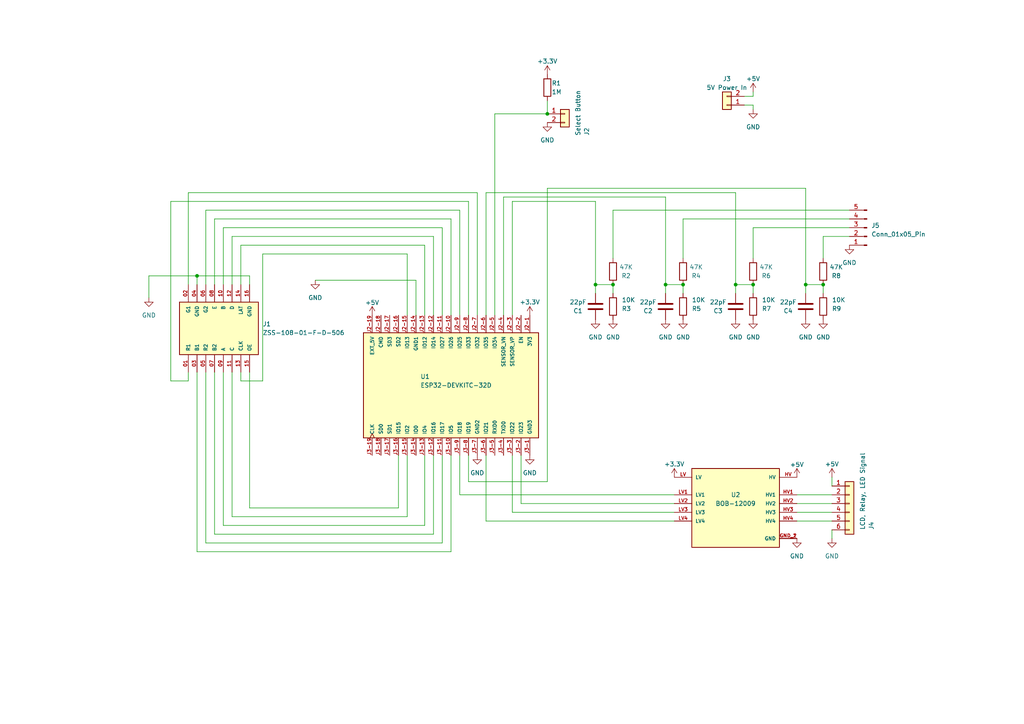
<source format=kicad_sch>
(kicad_sch (version 20230121) (generator eeschema)
  (paper "A4")
  (lib_symbols
    (symbol "BOB-12009:BOB-12009" (pin_names (offset 1.016))
      (property "Reference" "U" (at -12.7 11.43 0))
      (property "Value" "BOB-12009" (at -12.7 -15.24 0))
      (symbol "BOB-12009_0_0"
        (rectangle (start -12.7 -12.7) (end 12.7 10.16) (stroke (width 0.254)) (fill (type background)))
        (pin power_in line (at 17.78 -10.16 180) (length 5.08) (name "GND") (number "GND_1"))
        (pin power_in line (at 17.78 -10.16 180) (length 5.08) (name "GND") (number "GND_2"))
        (pin bidirectional line (at 17.78 7.62 180) (length 5.08) (name "HV") (number "HV"))
        (pin bidirectional line (at 17.78 2.54 180) (length 5.08) (name "HV1") (number "HV1"))
        (pin bidirectional line (at 17.78 0 180) (length 5.08) (name "HV2") (number "HV2"))
        (pin bidirectional line (at 17.78 -2.54 180) (length 5.08) (name "HV3") (number "HV3"))
        (pin bidirectional line (at 17.78 -5.08 180) (length 5.08) (name "HV4") (number "HV4"))
        (pin bidirectional line (at -17.78 7.62 0) (length 5.08) (name "LV") (number "LV"))
        (pin bidirectional line (at -17.78 2.54 0) (length 5.08) (name "LV1") (number "LV1"))
        (pin bidirectional line (at -17.78 0 0) (length 5.08) (name "LV2") (number "LV2"))
        (pin bidirectional line (at -17.78 -2.54 0) (length 5.08) (name "LV3") (number "LV3"))
        (pin bidirectional line (at -17.78 -5.08 0) (length 5.08) (name "LV4") (number "LV4"))
      )
    )
    (symbol "Conn_01x02_1" (pin_names (offset 1.016) hide)
      (property "Reference" "J" (at 0 2.54 0))
      (property "Value" "Conn_01x02" (at 0 -5.08 0))
      (symbol "Conn_01x02_1_1_1"
        (rectangle (start -1.27 -2.413) (end 0 -2.667) (stroke (width 0.1524)))
        (rectangle (start -1.27 0.127) (end 0 -0.127) (stroke (width 0.1524)))
        (rectangle (start -1.27 1.27) (end 1.27 -3.81) (stroke (width 0.254)) (fill (type background)))
        (pin passive line (at -5.08 0 0) (length 3.81) (name "Pin_1") (number "1"))
        (pin passive line (at -5.08 -2.54 0) (length 3.81) (name "Pin_2") (number "2"))
      )
    )
    (symbol "Connector:Conn_01x05_Pin" (pin_names (offset 1.016) hide)
      (property "Reference" "J" (at 0 7.62 0))
      (property "Value" "Conn_01x05_Pin" (at 0 -7.62 0))
      (symbol "Conn_01x05_Pin_1_1"
        (polyline (pts (xy 1.27 -5.08) (xy 0.8636 -5.08)) (stroke (width 0.1524)))
        (polyline (pts (xy 1.27 -2.54) (xy 0.8636 -2.54)) (stroke (width 0.1524)))
        (polyline (pts (xy 1.27 0) (xy 0.8636 0)) (stroke (width 0.1524)))
        (polyline (pts (xy 1.27 2.54) (xy 0.8636 2.54)) (stroke (width 0.1524)))
        (polyline (pts (xy 1.27 5.08) (xy 0.8636 5.08)) (stroke (width 0.1524)))
        (rectangle (start 0.8636 -4.953) (end 0 -5.207) (stroke (width 0.1524)) (fill (type outline)))
        (rectangle (start 0.8636 -2.413) (end 0 -2.667) (stroke (width 0.1524)) (fill (type outline)))
        (rectangle (start 0.8636 0.127) (end 0 -0.127) (stroke (width 0.1524)) (fill (type outline)))
        (rectangle (start 0.8636 2.667) (end 0 2.413) (stroke (width 0.1524)) (fill (type outline)))
        (rectangle (start 0.8636 5.207) (end 0 4.953) (stroke (width 0.1524)) (fill (type outline)))
        (pin passive line (at 5.08 5.08 180) (length 3.81) (name "Pin_1") (number "1"))
        (pin passive line (at 5.08 2.54 180) (length 3.81) (name "Pin_2") (number "2"))
        (pin passive line (at 5.08 0 180) (length 3.81) (name "Pin_3") (number "3"))
        (pin passive line (at 5.08 -2.54 180) (length 3.81) (name "Pin_4") (number "4"))
        (pin passive line (at 5.08 -5.08 180) (length 3.81) (name "Pin_5") (number "5"))
      )
    )
    (symbol "Connector_Generic:Conn_01x02" (pin_names (offset 1.016) hide)
      (property "Reference" "J4" (at 2.54 -0.635 0))
      (property "Value" "Select Button" (at 2.54 -3.175 0))
      (symbol "Conn_01x02_1_1"
        (rectangle (start -1.27 -2.413) (end 0 -2.667) (stroke (width 0.1524)))
        (rectangle (start -1.27 0.127) (end 0 -0.127) (stroke (width 0.1524)))
        (rectangle (start -1.27 1.27) (end 1.27 -3.81) (stroke (width 0.254)) (fill (type background)))
        (pin passive line (at -5.08 0 0) (length 3.81) (name "Pin_1") (number "1"))
        (pin passive line (at -5.08 -2.54 0) (length 3.81) (name "Pin_2") (number "2"))
      )
    )
    (symbol "Connector_Generic:Conn_01x06" (pin_names (offset 1.016) hide)
      (property "Reference" "J" (at 0 7.62 0))
      (property "Value" "Conn_01x06" (at 0 -10.16 0))
      (symbol "Conn_01x06_1_1"
        (rectangle (start -1.27 -7.493) (end 0 -7.747) (stroke (width 0.1524)))
        (rectangle (start -1.27 -4.953) (end 0 -5.207) (stroke (width 0.1524)))
        (rectangle (start -1.27 -2.413) (end 0 -2.667) (stroke (width 0.1524)))
        (rectangle (start -1.27 0.127) (end 0 -0.127) (stroke (width 0.1524)))
        (rectangle (start -1.27 2.667) (end 0 2.413) (stroke (width 0.1524)))
        (rectangle (start -1.27 5.207) (end 0 4.953) (stroke (width 0.1524)))
        (rectangle (start -1.27 6.35) (end 1.27 -8.89) (stroke (width 0.254)) (fill (type background)))
        (pin passive line (at -5.08 5.08 0) (length 3.81) (name "Pin_1") (number "1"))
        (pin passive line (at -5.08 2.54 0) (length 3.81) (name "Pin_2") (number "2"))
        (pin passive line (at -5.08 0 0) (length 3.81) (name "Pin_3") (number "3"))
        (pin passive line (at -5.08 -2.54 0) (length 3.81) (name "Pin_4") (number "4"))
        (pin passive line (at -5.08 -5.08 0) (length 3.81) (name "Pin_5") (number "5"))
        (pin passive line (at -5.08 -7.62 0) (length 3.81) (name "Pin_6") (number "6"))
      )
    )
    (symbol "Device:C" (pin_numbers hide) (pin_names (offset 0.254))
      (property "Reference" "C" (at 0.635 2.54 0))
      (property "Value" "C" (at 0.635 -2.54 0))
      (symbol "C_0_1"
        (polyline (pts (xy -2.032 -0.762) (xy 2.032 -0.762)) (stroke (width 0.508)))
        (polyline (pts (xy -2.032 0.762) (xy 2.032 0.762)) (stroke (width 0.508)))
      )
      (symbol "C_1_1"
        (pin passive line (at 0 3.81 270) (length 2.794) (name "~") (number "1"))
        (pin passive line (at 0 -3.81 90) (length 2.794) (name "~") (number "2"))
      )
    )
    (symbol "Device:R" (pin_numbers hide) (pin_names (offset 0))
      (property "Reference" "R" (at 2.032 0 90))
      (property "Value" "R" (at 0 0 90))
      (symbol "R_0_1"
        (rectangle (start -1.016 -2.54) (end 1.016 2.54) (stroke (width 0.254)))
      )
      (symbol "R_1_1"
        (pin passive line (at 0 3.81 270) (length 1.27) (name "~") (number "1"))
        (pin passive line (at 0 -3.81 90) (length 1.27) (name "~") (number "2"))
      )
    )
    (symbol "ESP32-DEVKITC-32D:ESP32-DEVKITC-32D" (pin_names (offset 1.016))
      (property "Reference" "U" (at -15.2572 26.0643 0))
      (property "Value" "ESP32-DEVKITC-32D" (at -15.2563 -27.9698 0))
      (symbol "ESP32-DEVKITC-32D_0_0"
        (rectangle (start -15.24 -25.4) (end 15.24 25.4) (stroke (width 0.254)) (fill (type background)))
        (pin power_in line (at -20.32 22.86 0) (length 5.08) (name "3V3") (number "J2-1"))
        (pin bidirectional line (at -20.32 0 0) (length 5.08) (name "IO26") (number "J2-10"))
        (pin bidirectional line (at -20.32 -2.54 0) (length 5.08) (name "IO27") (number "J2-11"))
        (pin bidirectional line (at -20.32 -5.08 0) (length 5.08) (name "IO14") (number "J2-12"))
        (pin bidirectional line (at -20.32 -7.62 0) (length 5.08) (name "IO12") (number "J2-13"))
        (pin power_in line (at -20.32 -10.16 0) (length 5.08) (name "GND1") (number "J2-14"))
        (pin bidirectional line (at -20.32 -12.7 0) (length 5.08) (name "IO13") (number "J2-15"))
        (pin bidirectional line (at -20.32 -15.24 0) (length 5.08) (name "SD2") (number "J2-16"))
        (pin bidirectional line (at -20.32 -17.78 0) (length 5.08) (name "SD3") (number "J2-17"))
        (pin bidirectional line (at -20.32 -20.32 0) (length 5.08) (name "CMD") (number "J2-18"))
        (pin power_in line (at -20.32 -22.86 0) (length 5.08) (name "EXT_5V") (number "J2-19"))
        (pin input line (at -20.32 20.32 0) (length 5.08) (name "EN") (number "J2-2"))
        (pin input line (at -20.32 17.78 0) (length 5.08) (name "SENSOR_VP") (number "J2-3"))
        (pin input line (at -20.32 15.24 0) (length 5.08) (name "SENSOR_VN") (number "J2-4"))
        (pin bidirectional line (at -20.32 12.7 0) (length 5.08) (name "IO34") (number "J2-5"))
        (pin bidirectional line (at -20.32 10.16 0) (length 5.08) (name "IO35") (number "J2-6"))
        (pin bidirectional line (at -20.32 7.62 0) (length 5.08) (name "IO32") (number "J2-7"))
        (pin bidirectional line (at -20.32 5.08 0) (length 5.08) (name "IO33") (number "J2-8"))
        (pin bidirectional line (at -20.32 2.54 0) (length 5.08) (name "IO25") (number "J2-9"))
        (pin power_in line (at 20.32 22.86 180) (length 5.08) (name "GND3") (number "J3-1"))
        (pin bidirectional line (at 20.32 0 180) (length 5.08) (name "IO5") (number "J3-10"))
        (pin bidirectional line (at 20.32 -2.54 180) (length 5.08) (name "IO17") (number "J3-11"))
        (pin bidirectional line (at 20.32 -5.08 180) (length 5.08) (name "IO16") (number "J3-12"))
        (pin bidirectional line (at 20.32 -7.62 180) (length 5.08) (name "IO4") (number "J3-13"))
        (pin bidirectional line (at 20.32 -10.16 180) (length 5.08) (name "IO0") (number "J3-14"))
        (pin bidirectional line (at 20.32 -12.7 180) (length 5.08) (name "IO2") (number "J3-15"))
        (pin bidirectional line (at 20.32 -15.24 180) (length 5.08) (name "IO15") (number "J3-16"))
        (pin bidirectional line (at 20.32 -17.78 180) (length 5.08) (name "SD1") (number "J3-17"))
        (pin bidirectional line (at 20.32 -20.32 180) (length 5.08) (name "SD0") (number "J3-18"))
        (pin input clock (at 20.32 -22.86 180) (length 5.08) (name "CLK") (number "J3-19"))
        (pin bidirectional line (at 20.32 20.32 180) (length 5.08) (name "IO23") (number "J3-2"))
        (pin bidirectional line (at 20.32 17.78 180) (length 5.08) (name "IO22") (number "J3-3"))
        (pin output line (at 20.32 15.24 180) (length 5.08) (name "TXD0") (number "J3-4"))
        (pin input line (at 20.32 12.7 180) (length 5.08) (name "RXD0") (number "J3-5"))
        (pin bidirectional line (at 20.32 10.16 180) (length 5.08) (name "IO21") (number "J3-6"))
        (pin power_in line (at 20.32 7.62 180) (length 5.08) (name "GND2") (number "J3-7"))
        (pin bidirectional line (at 20.32 5.08 180) (length 5.08) (name "IO19") (number "J3-8"))
        (pin bidirectional line (at 20.32 2.54 180) (length 5.08) (name "IO18") (number "J3-9"))
      )
    )
    (symbol "ZSS-108-01-F-D-506:ZSS-108-01-F-D-506" (pin_names (offset 1.016))
      (property "Reference" "J4" (at -1.27 13.97 90))
      (property "Value" "ZSS-108-01-F-D-506" (at 1.27 13.97 90))
      (symbol "ZSS-108-01-F-D-506_0_0"
        (rectangle (start -7.62 -10.16) (end 7.62 12.7) (stroke (width 0.254)) (fill (type background)))
      )
      (symbol "ZSS-108-01-F-D-506_1_0"
        (pin passive line (at -12.7 10.16 0) (length 5.08) (name "R1") (number "01"))
        (pin passive line (at 12.7 10.16 180) (length 5.08) (name "G1") (number "02"))
        (pin passive line (at -12.7 7.62 0) (length 5.08) (name "B1") (number "03"))
        (pin passive line (at 12.7 7.62 180) (length 5.08) (name "GND") (number "04"))
        (pin passive line (at -12.7 5.08 0) (length 5.08) (name "R2") (number "05"))
        (pin passive line (at 12.7 5.08 180) (length 5.08) (name "G2") (number "06"))
        (pin passive line (at -12.7 2.54 0) (length 5.08) (name "B2") (number "07"))
        (pin passive line (at 12.7 2.54 180) (length 5.08) (name "E") (number "08"))
        (pin passive line (at -12.7 0 0) (length 5.08) (name "A") (number "09"))
        (pin passive line (at 12.7 0 180) (length 5.08) (name "B") (number "10"))
        (pin passive line (at -12.7 -2.54 0) (length 5.08) (name "C") (number "11"))
        (pin passive line (at 12.7 -2.54 180) (length 5.08) (name "D") (number "12"))
        (pin passive line (at -12.7 -5.08 0) (length 5.08) (name "CLK") (number "13"))
        (pin passive line (at 12.7 -5.08 180) (length 5.08) (name "LAT") (number "14"))
        (pin passive line (at -12.7 -7.62 0) (length 5.08) (name "OE") (number "15"))
        (pin passive line (at 12.7 -7.62 180) (length 5.08) (name "GND") (number "16"))
      )
    )
    (symbol "power:+3.3V" (power) (pin_names (offset 0))
      (property "Value" "+3.3V" (at 0 3.556 0))
      (symbol "+3.3V_0_1"
        (polyline (pts (xy -0.762 1.27) (xy 0 2.54)))
        (polyline (pts (xy 0 0) (xy 0 2.54)))
        (polyline (pts (xy 0 2.54) (xy 0.762 1.27)))
      )
      (symbol "+3.3V_1_1"
        (pin power_in line (at 0 0 90) (length 0) hide (name "+3.3V") (number "1"))
      )
    )
    (symbol "power:+5V" (power) (pin_names (offset 0))
      (property "Value" "+5V" (at 0 3.556 0))
      (symbol "+5V_0_1"
        (polyline (pts (xy -0.762 1.27) (xy 0 2.54)))
        (polyline (pts (xy 0 0) (xy 0 2.54)))
        (polyline (pts (xy 0 2.54) (xy 0.762 1.27)))
      )
      (symbol "+5V_1_1"
        (pin power_in line (at 0 0 90) (length 0) hide (name "+5V") (number "1"))
      )
    )
    (symbol "power:GND" (power) (pin_names (offset 0))
      (property "Value" "GND" (at 0 -3.81 0))
      (symbol "GND_0_1"
        (polyline (pts (xy 0 0) (xy 0 -1.27) (xy 1.27 -1.27) (xy 0 -2.54) (xy -1.27 -1.27) (xy 0 -1.27)))
      )
      (symbol "GND_1_1"
        (pin power_in line (at 0 0 270) (length 0) hide (name "GND") (number "1"))
      )
    )
  )
  (junction (at 177.8 82.55))
  (junction (at 213.36 82.55))
  (junction (at 158.75 33.02))
  (junction (at 233.68 82.55))
  (junction (at 218.44 82.55))
  (junction (at 193.04 82.55))
  (junction (at 198.12 82.55))
  (junction (at 172.72 82.55))
  (junction (at 57.15 80.01))
  (junction (at 238.76 82.55))
  (wire (pts (xy 69.85 71.12) (xy 123.19 71.12)))
  (wire (pts (xy 231.14 146.05) (xy 241.3 146.05)))
  (wire (pts (xy 233.68 85.09) (xy 233.68 82.55)))
  (wire (pts (xy 148.59 148.59) (xy 195.58 148.59)))
  (wire (pts (xy 59.69 107.95) (xy 59.69 157.48)))
  (wire (pts (xy 233.68 82.55) (xy 233.68 54.61)))
  (wire (pts (xy 143.51 33.02) (xy 143.51 91.44)))
  (wire (pts (xy 213.36 82.55) (xy 218.44 82.55)))
  (wire (pts (xy 125.73 68.58) (xy 125.73 91.44)))
  (wire (pts (xy 218.44 27.94) (xy 215.9 27.94)))
  (wire (pts (xy 246.38 63.5) (xy 198.12 63.5)))
  (wire (pts (xy 49.53 58.42) (xy 135.89 58.42)))
  (wire (pts (xy 54.61 55.88) (xy 138.43 55.88)))
  (wire (pts (xy 115.57 132.08) (xy 115.57 147.32)))
  (wire (pts (xy 72.39 107.95) (xy 72.39 147.32)))
  (wire (pts (xy 218.44 30.48) (xy 218.44 31.75)))
  (wire (pts (xy 177.8 82.55) (xy 177.8 85.09)))
  (wire (pts (xy 67.31 82.55) (xy 67.31 68.58)))
  (wire (pts (xy 133.35 143.51) (xy 195.58 143.51)))
  (wire (pts (xy 76.2 73.66) (xy 118.11 73.66)))
  (wire (pts (xy 64.77 66.04) (xy 128.27 66.04)))
  (wire (pts (xy 140.97 132.08) (xy 140.97 151.13)))
  (wire (pts (xy 72.39 80.01) (xy 57.15 80.01)))
  (wire (pts (xy 246.38 66.04) (xy 218.44 66.04)))
  (wire (pts (xy 72.39 147.32) (xy 115.57 147.32)))
  (wire (pts (xy 59.69 60.96) (xy 133.35 60.96)))
  (wire (pts (xy 198.12 63.5) (xy 198.12 74.93)))
  (wire (pts (xy 218.44 26.67) (xy 218.44 27.94)))
  (wire (pts (xy 130.81 91.44) (xy 130.81 63.5)))
  (wire (pts (xy 54.61 110.49) (xy 49.53 110.49)))
  (wire (pts (xy 72.39 82.55) (xy 72.39 80.01)))
  (wire (pts (xy 62.23 154.94) (xy 125.73 154.94)))
  (wire (pts (xy 57.15 107.95) (xy 57.15 160.02)))
  (wire (pts (xy 218.44 30.48) (xy 215.9 30.48)))
  (wire (pts (xy 218.44 66.04) (xy 218.44 74.93)))
  (wire (pts (xy 148.59 58.42) (xy 172.72 58.42)))
  (wire (pts (xy 238.76 68.58) (xy 238.76 74.93)))
  (wire (pts (xy 118.11 132.08) (xy 118.11 149.86)))
  (wire (pts (xy 69.85 110.49) (xy 76.2 110.49)))
  (wire (pts (xy 67.31 107.95) (xy 67.31 149.86)))
  (wire (pts (xy 64.77 82.55) (xy 64.77 66.04)))
  (wire (pts (xy 158.75 54.61) (xy 158.75 139.7)))
  (wire (pts (xy 130.81 132.08) (xy 130.81 160.02)))
  (wire (pts (xy 140.97 91.44) (xy 140.97 55.88)))
  (wire (pts (xy 135.89 58.42) (xy 135.89 91.44)))
  (wire (pts (xy 49.53 110.49) (xy 49.53 58.42)))
  (wire (pts (xy 133.35 60.96) (xy 133.35 91.44)))
  (wire (pts (xy 231.14 148.59) (xy 241.3 148.59)))
  (wire (pts (xy 233.68 82.55) (xy 238.76 82.55)))
  (wire (pts (xy 135.89 139.7) (xy 158.75 139.7)))
  (wire (pts (xy 233.68 54.61) (xy 158.75 54.61)))
  (wire (pts (xy 148.59 132.08) (xy 148.59 148.59)))
  (wire (pts (xy 158.75 29.21) (xy 158.75 33.02)))
  (wire (pts (xy 118.11 73.66) (xy 118.11 91.44)))
  (wire (pts (xy 123.19 71.12) (xy 123.19 91.44)))
  (wire (pts (xy 193.04 82.55) (xy 198.12 82.55)))
  (wire (pts (xy 91.44 81.28) (xy 120.65 81.28)))
  (wire (pts (xy 172.72 82.55) (xy 177.8 82.55)))
  (wire (pts (xy 62.23 107.95) (xy 62.23 154.94)))
  (wire (pts (xy 76.2 73.66) (xy 76.2 110.49)))
  (wire (pts (xy 54.61 55.88) (xy 54.61 82.55)))
  (wire (pts (xy 135.89 132.08) (xy 135.89 139.7)))
  (wire (pts (xy 172.72 85.09) (xy 172.72 82.55)))
  (wire (pts (xy 64.77 107.95) (xy 64.77 152.4)))
  (wire (pts (xy 231.14 143.51) (xy 241.3 143.51)))
  (wire (pts (xy 193.04 82.55) (xy 193.04 57.15)))
  (wire (pts (xy 146.05 91.44) (xy 146.05 57.15)))
  (wire (pts (xy 59.69 82.55) (xy 59.69 60.96)))
  (wire (pts (xy 146.05 57.15) (xy 193.04 57.15)))
  (wire (pts (xy 128.27 66.04) (xy 128.27 91.44)))
  (wire (pts (xy 57.15 160.02) (xy 130.81 160.02)))
  (wire (pts (xy 140.97 151.13) (xy 195.58 151.13)))
  (wire (pts (xy 241.3 156.21) (xy 241.3 153.67)))
  (wire (pts (xy 64.77 152.4) (xy 123.19 152.4)))
  (wire (pts (xy 54.61 107.95) (xy 54.61 110.49)))
  (wire (pts (xy 67.31 68.58) (xy 125.73 68.58)))
  (wire (pts (xy 246.38 68.58) (xy 238.76 68.58)))
  (wire (pts (xy 57.15 80.01) (xy 57.15 82.55)))
  (wire (pts (xy 62.23 82.55) (xy 62.23 63.5)))
  (wire (pts (xy 43.18 80.01) (xy 43.18 86.36)))
  (wire (pts (xy 140.97 55.88) (xy 213.36 55.88)))
  (wire (pts (xy 238.76 82.55) (xy 238.76 85.09)))
  (wire (pts (xy 57.15 80.01) (xy 43.18 80.01)))
  (wire (pts (xy 177.8 60.96) (xy 177.8 74.93)))
  (wire (pts (xy 213.36 55.88) (xy 213.36 82.55)))
  (wire (pts (xy 120.65 81.28) (xy 120.65 91.44)))
  (wire (pts (xy 128.27 132.08) (xy 128.27 157.48)))
  (wire (pts (xy 172.72 58.42) (xy 172.72 82.55)))
  (wire (pts (xy 193.04 85.09) (xy 193.04 82.55)))
  (wire (pts (xy 138.43 55.88) (xy 138.43 91.44)))
  (wire (pts (xy 123.19 132.08) (xy 123.19 152.4)))
  (wire (pts (xy 151.13 146.05) (xy 195.58 146.05)))
  (wire (pts (xy 69.85 107.95) (xy 69.85 110.49)))
  (wire (pts (xy 198.12 82.55) (xy 198.12 85.09)))
  (wire (pts (xy 213.36 85.09) (xy 213.36 82.55)))
  (wire (pts (xy 241.3 138.43) (xy 241.3 140.97)))
  (wire (pts (xy 246.38 60.96) (xy 177.8 60.96)))
  (wire (pts (xy 62.23 63.5) (xy 130.81 63.5)))
  (wire (pts (xy 151.13 132.08) (xy 151.13 146.05)))
  (wire (pts (xy 67.31 149.86) (xy 118.11 149.86)))
  (wire (pts (xy 69.85 71.12) (xy 69.85 82.55)))
  (wire (pts (xy 59.69 157.48) (xy 128.27 157.48)))
  (wire (pts (xy 218.44 82.55) (xy 218.44 85.09)))
  (wire (pts (xy 148.59 91.44) (xy 148.59 58.42)))
  (wire (pts (xy 125.73 132.08) (xy 125.73 154.94)))
  (wire (pts (xy 143.51 33.02) (xy 158.75 33.02)))
  (wire (pts (xy 133.35 132.08) (xy 133.35 143.51)))
  (wire (pts (xy 231.14 151.13) (xy 241.3 151.13)))
  (symbol (lib_id "BOB-12009:BOB-12009") (at 213.36 146.05 0) (unit 1)
    (property "Reference" "U2" (at 213.36 143.51 0))
    (property "Value" "BOB-12009" (at 213.36 146.05 0))
    (property "Footprint" "CONV_BOB-12009" (effects hide))
    (property "PARTREV" "01" (effects hide))
    (property "STANDARD" "Manufacturer Recommendations" (effects hide))
    (property "MAXIMUM_PACKAGE_HEIGHT" "N/A" (effects hide))
    (property "MANUFACTURER" "SparkFun Electronics" (effects hide))
  )
  (symbol (lib_id "ESP32-DEVKITC-32D:ESP32-DEVKITC-32D") (at 130.81 111.76 270) (unit 1)
    (property "Reference" "U1" (at 121.92 109.22 90) (effects (justify left)))
    (property "Value" "ESP32-DEVKITC-32D" (at 121.92 111.76 90) (effects (justify left)))
    (property "Footprint" "MODULE_ESP32-DEVKITC-32D" (effects hide))
    (property "PARTREV" "V4" (effects hide))
    (property "STANDARD" "Manufacturer Recommendations" (effects hide))
    (property "SNAPEDA_PN" "ESP32-DEVKITC-32D" (effects hide))
    (property "MAXIMUM_PACKAGE_HEIGHT" "N/A" (effects hide))
    (property "MANUFACTURER" "Espressif Systems" (effects hide))
  )
  (symbol (lib_id "power:GND") (at 172.72 92.71 0) (unit 1)
    (property "Reference" "#PWR010" (effects hide))
    (property "Value" "GND" (at 172.72 97.79 0))
  )
  (symbol (lib_id "power:GND") (at 158.75 35.56 0) (unit 1)
    (property "Reference" "#PWR09" (effects hide))
    (property "Value" "GND" (at 158.75 40.64 0))
  )
  (symbol (lib_name "Conn_01x02_1") (lib_id "Connector_Generic:Conn_01x02") (at 210.82 30.48 180) (unit 1)
    (property "Reference" "J3" (at 210.82 22.86 0))
    (property "Value" "5V Power In" (at 210.82 25.4 0))
    (property "Footprint" "Connector_PinHeader_2.54mm:PinHeader_1x02_P2.54mm_Vertical" (effects hide))
  )
  (symbol (lib_id "Device:C") (at 193.04 88.9 0) (mirror y) (unit 1)
    (property "Reference" "C2" (at 187.96 90.17 0))
    (property "Value" "22pF" (at 187.96 87.63 0))
    (property "Footprint" "Capacitor_THT:C_Disc_D4.7mm_W2.5mm_P5.00mm" (effects hide))
  )
  (symbol (lib_id "power:+3.3V") (at 153.67 91.44 0) (unit 1)
    (property "Reference" "#PWR06" (effects hide))
    (property "Value" "+3.3V" (at 153.67 87.63 0))
  )
  (symbol (lib_id "power:GND") (at 91.44 81.28 0) (unit 1)
    (property "Reference" "#PWR03" (effects hide))
    (property "Value" "GND" (at 91.44 86.36 0))
  )
  (symbol (lib_id "power:GND") (at 153.67 132.08 0) (unit 1)
    (property "Reference" "#PWR07" (effects hide))
    (property "Value" "GND" (at 153.67 137.16 0))
  )
  (symbol (lib_id "Device:R") (at 218.44 88.9 0) (mirror y) (unit 1)
    (property "Reference" "R7" (at 220.98 89.535 0) (effects (justify right)))
    (property "Value" "10K" (at 220.98 86.995 0) (effects (justify right)))
    (property "Footprint" "Resistor_THT:R_Axial_DIN0207_L6.3mm_D2.5mm_P10.16mm_Horizontal" (effects hide))
  )
  (symbol (lib_id "Device:R") (at 198.12 88.9 0) (mirror y) (unit 1)
    (property "Reference" "R5" (at 200.66 89.535 0) (effects (justify right)))
    (property "Value" "10K" (at 200.66 86.995 0) (effects (justify right)))
    (property "Footprint" "Resistor_THT:R_Axial_DIN0207_L6.3mm_D2.5mm_P10.16mm_Horizontal" (effects hide))
  )
  (symbol (lib_id "power:GND") (at 198.12 92.71 0) (unit 1)
    (property "Reference" "#PWR014" (effects hide))
    (property "Value" "GND" (at 198.12 97.79 0))
  )
  (symbol (lib_id "Connector_Generic:Conn_01x02") (at 163.83 33.02 0) (unit 1)
    (property "Reference" "J2" (at 170.18 39.37 90) (effects (justify left)))
    (property "Value" "Select Button" (at 167.64 39.37 90) (effects (justify left)))
    (property "Footprint" "Connector_PinHeader_2.54mm:PinHeader_1x02_P2.54mm_Vertical" (effects hide))
  )
  (symbol (lib_id "ZSS-108-01-F-D-506:ZSS-108-01-F-D-506") (at 64.77 95.25 90) (unit 1)
    (property "Reference" "J1" (at 76.2 93.98 90) (effects (justify right)))
    (property "Value" "ZSS-108-01-F-D-506" (at 76.2 96.52 90) (effects (justify right)))
    (property "Footprint" "SAMTEC_ZSS-108-01-F-D-506" (effects hide))
    (property "PARTREV" "R" (effects hide))
    (property "MANUFACTURER" "Samtec" (effects hide))
    (property "STANDARD" "Manufacturer Recommendations" (effects hide))
  )
  (symbol (lib_id "power:+5V") (at 231.14 138.43 0) (unit 1)
    (property "Reference" "#PWR019" (effects hide))
    (property "Value" "+5V" (at 231.14 134.7624 0))
  )
  (symbol (lib_id "power:+5V") (at 218.44 26.67 0) (unit 1)
    (property "Reference" "#PWR016" (effects hide))
    (property "Value" "+5V" (at 218.44 22.86 0))
  )
  (symbol (lib_id "power:GND") (at 138.43 132.08 0) (unit 1)
    (property "Reference" "#PWR05" (effects hide))
    (property "Value" "GND" (at 138.43 137.16 0))
  )
  (symbol (lib_id "power:+3.3V") (at 195.58 138.43 0) (unit 1)
    (property "Reference" "#PWR013" (effects hide))
    (property "Value" "+3.3V" (at 195.58 134.62 0))
  )
  (symbol (lib_id "Connector:Conn_01x05_Pin") (at 251.46 66.04 180) (unit 1)
    (property "Reference" "J5" (at 252.73 65.405 0) (effects (justify right)))
    (property "Value" "Conn_01x05_Pin" (at 252.73 67.945 0) (effects (justify right)))
    (property "Footprint" "Connector_PinHeader_2.54mm:PinHeader_1x05_P2.54mm_Vertical" (effects hide))
  )
  (symbol (lib_id "Device:R") (at 198.12 78.74 0) (mirror x) (unit 1)
    (property "Reference" "R4" (at 201.93 80.01 0))
    (property "Value" "47K" (at 201.93 77.47 0))
    (property "Footprint" "Resistor_THT:R_Axial_DIN0207_L6.3mm_D2.5mm_P10.16mm_Horizontal" (effects hide))
  )
  (symbol (lib_id "power:GND") (at 241.3 156.21 0) (unit 1)
    (property "Reference" "#PWR024" (effects hide))
    (property "Value" "GND" (at 241.3 161.29 0))
  )
  (symbol (lib_id "power:GND") (at 231.14 156.21 0) (unit 1)
    (property "Reference" "#PWR020" (effects hide))
    (property "Value" "GND" (at 231.14 161.29 0))
  )
  (symbol (lib_id "Device:R") (at 177.8 78.74 0) (mirror x) (unit 1)
    (property "Reference" "R2" (at 181.61 80.01 0))
    (property "Value" "47K" (at 181.61 77.47 0))
    (property "Footprint" "Resistor_THT:R_Axial_DIN0207_L6.3mm_D2.5mm_P10.16mm_Horizontal" (effects hide))
  )
  (symbol (lib_id "power:GND") (at 213.36 92.71 0) (unit 1)
    (property "Reference" "#PWR015" (effects hide))
    (property "Value" "GND" (at 213.36 97.79 0))
  )
  (symbol (lib_id "Device:C") (at 213.36 88.9 0) (mirror y) (unit 1)
    (property "Reference" "C3" (at 208.28 90.17 0))
    (property "Value" "22pF" (at 208.28 87.63 0))
    (property "Footprint" "Capacitor_THT:C_Disc_D4.7mm_W2.5mm_P5.00mm" (effects hide))
  )
  (symbol (lib_id "power:GND") (at 43.18 86.36 0) (unit 1)
    (property "Reference" "#PWR01" (effects hide))
    (property "Value" "GND" (at 43.18 91.44 0))
  )
  (symbol (lib_id "power:GND") (at 193.04 92.71 0) (unit 1)
    (property "Reference" "#PWR012" (effects hide))
    (property "Value" "GND" (at 193.04 97.79 0))
  )
  (symbol (lib_id "power:+3.3V") (at 158.75 21.59 0) (unit 1)
    (property "Reference" "#PWR08" (effects hide))
    (property "Value" "+3.3V" (at 158.75 17.78 0))
  )
  (symbol (lib_id "power:GND") (at 238.76 92.71 0) (unit 1)
    (property "Reference" "#PWR022" (effects hide))
    (property "Value" "GND" (at 238.76 97.79 0))
  )
  (symbol (lib_id "power:+5V") (at 107.95 91.44 0) (unit 1)
    (property "Reference" "#PWR04" (effects hide))
    (property "Value" "+5V" (at 107.95 87.7724 0))
  )
  (symbol (lib_id "Connector_Generic:Conn_01x06") (at 246.38 146.05 0) (unit 1)
    (property "Reference" "J4" (at 252.73 153.67 90) (effects (justify left)))
    (property "Value" "LCD, Relay, LED Signal" (at 250.19 153.67 90) (effects (justify left)))
    (property "Footprint" "Connector_PinHeader_2.54mm:PinHeader_1x06_P2.54mm_Vertical" (effects hide))
  )
  (symbol (lib_id "power:GND") (at 218.44 31.75 0) (unit 1)
    (property "Reference" "#PWR017" (effects hide))
    (property "Value" "GND" (at 218.44 36.83 0))
  )
  (symbol (lib_id "Device:R") (at 177.8 88.9 0) (mirror y) (unit 1)
    (property "Reference" "R3" (at 180.34 89.535 0) (effects (justify right)))
    (property "Value" "10K" (at 180.34 86.995 0) (effects (justify right)))
    (property "Footprint" "Resistor_THT:R_Axial_DIN0207_L6.3mm_D2.5mm_P10.16mm_Horizontal" (effects hide))
  )
  (symbol (lib_id "Device:R") (at 158.75 25.4 0) (unit 1)
    (property "Reference" "R1" (at 160.02 24.13 0) (effects (justify left)))
    (property "Value" "1M" (at 160.02 26.67 0) (effects (justify left)))
    (property "Footprint" "Resistor_THT:R_Axial_DIN0207_L6.3mm_D2.5mm_P10.16mm_Horizontal" (effects hide))
  )
  (symbol (lib_id "Device:R") (at 218.44 78.74 0) (mirror x) (unit 1)
    (property "Reference" "R6" (at 222.25 80.01 0))
    (property "Value" "47K" (at 222.25 77.47 0))
    (property "Footprint" "Resistor_THT:R_Axial_DIN0207_L6.3mm_D2.5mm_P10.16mm_Horizontal" (effects hide))
  )
  (symbol (lib_id "Device:R") (at 238.76 88.9 0) (mirror y) (unit 1)
    (property "Reference" "R9" (at 241.3 89.535 0) (effects (justify right)))
    (property "Value" "10K" (at 241.3 86.995 0) (effects (justify right)))
    (property "Footprint" "Resistor_THT:R_Axial_DIN0207_L6.3mm_D2.5mm_P10.16mm_Horizontal" (effects hide))
  )
  (symbol (lib_id "power:+5V") (at 241.3 138.43 0) (unit 1)
    (property "Reference" "#PWR023" (effects hide))
    (property "Value" "+5V" (at 241.3 134.62 0))
  )
  (symbol (lib_id "power:GND") (at 177.8 92.71 0) (unit 1)
    (property "Reference" "#PWR011" (effects hide))
    (property "Value" "GND" (at 177.8 97.79 0))
  )
  (symbol (lib_id "Device:C") (at 172.72 88.9 0) (mirror y) (unit 1)
    (property "Reference" "C1" (at 167.64 90.17 0))
    (property "Value" "22pF" (at 167.64 87.63 0))
    (property "Footprint" "Capacitor_THT:C_Disc_D4.7mm_W2.5mm_P5.00mm" (effects hide))
  )
  (symbol (lib_id "power:GND") (at 218.44 92.71 0) (unit 1)
    (property "Reference" "#PWR018" (effects hide))
    (property "Value" "GND" (at 218.44 97.79 0))
  )
  (symbol (lib_id "power:GND") (at 246.38 71.12 0) (unit 1)
    (property "Reference" "#PWR025" (effects hide))
    (property "Value" "GND" (at 246.38 76.2 0))
  )
  (symbol (lib_id "Device:R") (at 238.76 78.74 0) (mirror x) (unit 1)
    (property "Reference" "R8" (at 242.57 80.01 0))
    (property "Value" "47K" (at 242.57 77.47 0))
    (property "Footprint" "Resistor_THT:R_Axial_DIN0207_L6.3mm_D2.5mm_P10.16mm_Horizontal" (effects hide))
  )
  (symbol (lib_id "Device:C") (at 233.68 88.9 0) (mirror y) (unit 1)
    (property "Reference" "C4" (at 228.6 90.17 0))
    (property "Value" "22pF" (at 228.6 87.63 0))
    (property "Footprint" "Capacitor_THT:C_Disc_D4.7mm_W2.5mm_P5.00mm" (effects hide))
  )
  (symbol (lib_id "power:GND") (at 233.68 92.71 0) (unit 1)
    (property "Reference" "#PWR021" (effects hide))
    (property "Value" "GND" (at 233.68 97.79 0))
  )
)
</source>
